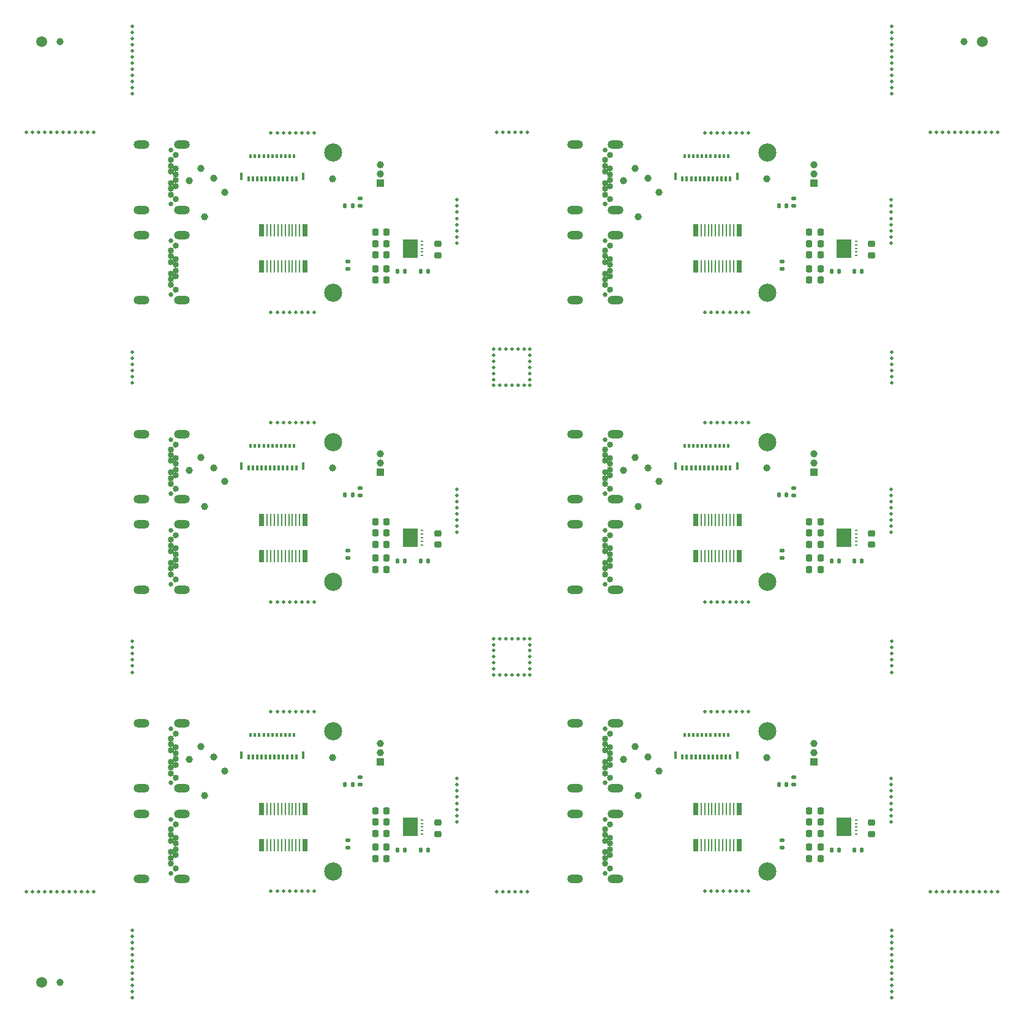
<source format=gbr>
G04 #@! TF.GenerationSoftware,KiCad,Pcbnew,7.0.7*
G04 #@! TF.CreationDate,2024-04-05T11:51:01+02:00*
G04 #@! TF.ProjectId,Versa_ECG_PPG_panel,56657273-615f-4454-9347-5f5050475f70,00*
G04 #@! TF.SameCoordinates,Original*
G04 #@! TF.FileFunction,Soldermask,Bot*
G04 #@! TF.FilePolarity,Negative*
%FSLAX46Y46*%
G04 Gerber Fmt 4.6, Leading zero omitted, Abs format (unit mm)*
G04 Created by KiCad (PCBNEW 7.0.7) date 2024-04-05 11:51:01*
%MOMM*%
%LPD*%
G01*
G04 APERTURE LIST*
G04 Aperture macros list*
%AMRoundRect*
0 Rectangle with rounded corners*
0 $1 Rounding radius*
0 $2 $3 $4 $5 $6 $7 $8 $9 X,Y pos of 4 corners*
0 Add a 4 corners polygon primitive as box body*
4,1,4,$2,$3,$4,$5,$6,$7,$8,$9,$2,$3,0*
0 Add four circle primitives for the rounded corners*
1,1,$1+$1,$2,$3*
1,1,$1+$1,$4,$5*
1,1,$1+$1,$6,$7*
1,1,$1+$1,$8,$9*
0 Add four rect primitives between the rounded corners*
20,1,$1+$1,$2,$3,$4,$5,0*
20,1,$1+$1,$4,$5,$6,$7,0*
20,1,$1+$1,$6,$7,$8,$9,0*
20,1,$1+$1,$8,$9,$2,$3,0*%
G04 Aperture macros list end*
%ADD10C,0.500000*%
%ADD11C,1.500000*%
%ADD12C,2.500000*%
%ADD13C,0.650000*%
%ADD14C,0.854000*%
%ADD15O,2.204000X1.204000*%
%ADD16R,1.000000X1.000000*%
%ADD17C,1.000000*%
%ADD18RoundRect,0.135000X-0.185000X0.135000X-0.185000X-0.135000X0.185000X-0.135000X0.185000X0.135000X0*%
%ADD19RoundRect,0.135000X-0.135000X-0.185000X0.135000X-0.185000X0.135000X0.185000X-0.135000X0.185000X0*%
%ADD20RoundRect,0.225000X0.225000X0.250000X-0.225000X0.250000X-0.225000X-0.250000X0.225000X-0.250000X0*%
%ADD21RoundRect,0.135000X0.135000X0.185000X-0.135000X0.185000X-0.135000X-0.185000X0.135000X-0.185000X0*%
%ADD22RoundRect,0.225000X-0.225000X-0.250000X0.225000X-0.250000X0.225000X0.250000X-0.225000X0.250000X0*%
%ADD23R,0.300000X0.250000*%
%ADD24R,2.100000X2.550000*%
%ADD25RoundRect,0.225000X-0.250000X0.225000X-0.250000X-0.225000X0.250000X-0.225000X0.250000X0.225000X0*%
%ADD26R,0.250000X1.800000*%
%ADD27R,0.750000X1.800000*%
%ADD28R,0.300000X0.670000*%
%ADD29R,0.300000X0.500000*%
%ADD30R,0.350000X1.000000*%
G04 APERTURE END LIST*
D10*
X96000000Y-22038462D03*
D11*
X83500000Y-152500000D03*
D10*
X176040642Y-139900000D03*
X176040642Y-115100000D03*
X178612071Y-115100000D03*
X150642857Y-35000000D03*
X151000000Y-110000000D03*
X84730770Y-35000000D03*
X121183500Y-115100000D03*
X213115384Y-35000000D03*
X96000000Y-25423077D03*
X140900000Y-88613214D03*
X140900000Y-45184643D03*
X116897786Y-115100000D03*
X148928571Y-35000000D03*
X177754928Y-115100000D03*
X96000000Y-22884616D03*
X140900000Y-126898928D03*
X119469214Y-115100000D03*
X90653847Y-140000000D03*
X85576924Y-35000000D03*
X151000000Y-68333333D03*
X116040643Y-59900000D03*
X140900000Y-49470357D03*
X96000000Y-107928571D03*
X148500000Y-110000000D03*
X201000000Y-69642857D03*
X146000000Y-105833333D03*
D12*
X123800000Y-137180000D03*
D10*
X140900000Y-46898929D03*
X147666666Y-65000000D03*
X181183500Y-75100000D03*
X140900000Y-84327500D03*
X96000000Y-23730770D03*
X116897786Y-59900000D03*
D11*
X213500000Y-22500000D03*
D10*
X213961538Y-140000000D03*
X200900000Y-124327500D03*
X146833333Y-65000000D03*
X146000000Y-70000000D03*
X149333333Y-70000000D03*
X118612071Y-139900000D03*
X96000000Y-20346154D03*
X117754929Y-115100000D03*
X177754928Y-139900000D03*
X120326357Y-115100000D03*
X82192308Y-35000000D03*
X208884615Y-35000000D03*
X176040642Y-75100000D03*
X96000000Y-147884615D03*
X176040642Y-59900000D03*
X86423077Y-140000000D03*
X200900000Y-126898928D03*
X147666666Y-110000000D03*
X96000000Y-152961538D03*
X200900000Y-48613214D03*
X119469214Y-35100000D03*
D13*
X101350000Y-37495000D03*
X101350000Y-44945000D03*
D14*
X102050000Y-44270000D03*
X101350000Y-43620000D03*
X101350000Y-42820000D03*
X102050000Y-42420000D03*
X101350000Y-42020000D03*
X102050000Y-41620000D03*
X102050000Y-40820000D03*
X101350000Y-40420000D03*
X102050000Y-40020000D03*
X101350000Y-39620000D03*
X101350000Y-38820000D03*
X102050000Y-38170000D03*
D15*
X102850000Y-36720000D03*
X102850000Y-45720000D03*
X97250000Y-36720000D03*
X97250000Y-45720000D03*
D10*
X140900000Y-44327500D03*
X119469214Y-99900000D03*
X201000000Y-25423077D03*
X180326357Y-139900000D03*
X121183500Y-59900000D03*
X215653846Y-35000000D03*
X90653847Y-35000000D03*
X175183500Y-139900000D03*
X88115385Y-140000000D03*
X118612071Y-115100000D03*
X115183500Y-115100000D03*
X96000000Y-148730769D03*
X84730770Y-140000000D03*
X96000000Y-145346153D03*
X140900000Y-125184642D03*
X200900000Y-127756071D03*
X177754928Y-75100000D03*
X207192307Y-140000000D03*
X121183500Y-139900000D03*
X201000000Y-20346154D03*
X140900000Y-129470357D03*
X201000000Y-21192308D03*
X140900000Y-47756071D03*
X151000000Y-107500000D03*
X179469214Y-35100000D03*
X181183500Y-115100000D03*
X151000000Y-65833333D03*
X213115384Y-140000000D03*
X151000000Y-105000000D03*
D13*
X101350000Y-77495000D03*
X101350000Y-84945000D03*
D14*
X102050000Y-84270000D03*
X101350000Y-83620000D03*
X101350000Y-82820000D03*
X102050000Y-82420000D03*
X101350000Y-82020000D03*
X102050000Y-81620000D03*
X102050000Y-80820000D03*
X101350000Y-80420000D03*
X102050000Y-80020000D03*
X101350000Y-79620000D03*
X101350000Y-78820000D03*
X102050000Y-78170000D03*
D15*
X102850000Y-76720000D03*
X102850000Y-85720000D03*
X97250000Y-76720000D03*
X97250000Y-85720000D03*
D16*
X190274000Y-122003000D03*
D17*
X190274000Y-120733000D03*
X190274000Y-119463000D03*
D10*
X200900000Y-88613214D03*
X175183500Y-59900000D03*
X116897786Y-75100000D03*
X147214285Y-35000000D03*
X89807693Y-35000000D03*
X96000000Y-66214285D03*
X201000000Y-153807692D03*
X146000000Y-66666666D03*
X201000000Y-148730769D03*
X87269231Y-140000000D03*
X200900000Y-47756071D03*
X175183500Y-35100000D03*
X96000000Y-27961539D03*
X176897785Y-115100000D03*
X212269230Y-140000000D03*
X120326357Y-75100000D03*
X140900000Y-87756071D03*
X151000000Y-109166666D03*
X96000000Y-65357142D03*
X151000000Y-105000000D03*
X147666666Y-105000000D03*
X96000000Y-105357142D03*
X181183500Y-99900000D03*
X117754929Y-59900000D03*
X96000000Y-107071428D03*
X96000000Y-26269231D03*
X200900000Y-86041785D03*
X200900000Y-89470357D03*
X181183500Y-139900000D03*
X176897785Y-75100000D03*
X200900000Y-90327500D03*
X177754928Y-59900000D03*
X180326357Y-115100000D03*
X206346153Y-35000000D03*
D16*
X130274000Y-42003000D03*
D17*
X130274000Y-40733000D03*
X130274000Y-39463000D03*
D10*
X201000000Y-151269230D03*
D12*
X123800000Y-117820000D03*
D10*
X201000000Y-147038461D03*
X121183500Y-35100000D03*
X146000000Y-69166666D03*
X211423076Y-35000000D03*
X200900000Y-45184643D03*
X150642857Y-140000000D03*
X146000000Y-67500000D03*
X140900000Y-86041785D03*
X115183500Y-59900000D03*
X96000000Y-29653847D03*
D13*
X101350000Y-117495000D03*
X101350000Y-124945000D03*
D14*
X102050000Y-124270000D03*
X101350000Y-123620000D03*
X101350000Y-122820000D03*
X102050000Y-122420000D03*
X101350000Y-122020000D03*
X102050000Y-121620000D03*
X102050000Y-120820000D03*
X101350000Y-120420000D03*
X102050000Y-120020000D03*
X101350000Y-119620000D03*
X101350000Y-118820000D03*
X102050000Y-118170000D03*
D15*
X102850000Y-116720000D03*
X102850000Y-125720000D03*
X97250000Y-116720000D03*
X97250000Y-125720000D03*
D10*
X96000000Y-151269230D03*
D12*
X183800000Y-137180000D03*
D10*
X96000000Y-106214285D03*
X210576923Y-35000000D03*
X146000000Y-105000000D03*
X120326357Y-59900000D03*
X146833333Y-105000000D03*
X140900000Y-46041786D03*
X117754929Y-99900000D03*
X176897785Y-139900000D03*
X151000000Y-106666666D03*
X151000000Y-105833333D03*
X146000000Y-65000000D03*
X140900000Y-126041785D03*
X151000000Y-70000000D03*
X200900000Y-46898929D03*
X209730769Y-35000000D03*
X117754929Y-75100000D03*
X140900000Y-50327500D03*
X96000000Y-152115384D03*
X181183500Y-35100000D03*
X206346153Y-140000000D03*
X116040643Y-35100000D03*
X116897786Y-99900000D03*
X201000000Y-147884615D03*
X200900000Y-130327500D03*
X146357142Y-35000000D03*
X201000000Y-152961538D03*
D12*
X183800000Y-117820000D03*
D10*
X200900000Y-85184642D03*
X148071428Y-35000000D03*
X140900000Y-124327500D03*
D12*
X183800000Y-57180000D03*
D10*
X201000000Y-108785714D03*
X180326357Y-59900000D03*
X117754929Y-35100000D03*
D11*
X83500000Y-22500000D03*
D10*
X151000000Y-69166666D03*
X151000000Y-65000000D03*
X177754928Y-99900000D03*
X96000000Y-146192307D03*
X83038462Y-35000000D03*
X175183500Y-115100000D03*
X146000000Y-110000000D03*
X85576924Y-140000000D03*
X140900000Y-127756071D03*
X96000000Y-69642857D03*
X96000000Y-24576924D03*
X121183500Y-99900000D03*
X201000000Y-29653847D03*
X179469214Y-115100000D03*
X146000000Y-109166666D03*
X201000000Y-154653846D03*
X116040643Y-139900000D03*
X211423076Y-140000000D03*
D13*
X161350000Y-117495000D03*
X161350000Y-124945000D03*
D14*
X162050000Y-124270000D03*
X161350000Y-123620000D03*
X161350000Y-122820000D03*
X162050000Y-122420000D03*
X161350000Y-122020000D03*
X162050000Y-121620000D03*
X162050000Y-120820000D03*
X161350000Y-120420000D03*
X162050000Y-120020000D03*
X161350000Y-119620000D03*
X161350000Y-118820000D03*
X162050000Y-118170000D03*
D15*
X162850000Y-116720000D03*
X162850000Y-125720000D03*
X157250000Y-116720000D03*
X157250000Y-125720000D03*
D10*
X149333333Y-110000000D03*
X96000000Y-153807692D03*
X120326357Y-35100000D03*
X121183500Y-75100000D03*
X200900000Y-84327500D03*
X148500000Y-65000000D03*
X116897786Y-139900000D03*
X149785714Y-140000000D03*
X200900000Y-86898928D03*
X146833333Y-110000000D03*
X96000000Y-28807693D03*
X178612071Y-139900000D03*
X115183500Y-139900000D03*
D16*
X190274000Y-82003000D03*
D17*
X190274000Y-80733000D03*
X190274000Y-79463000D03*
D10*
X201000000Y-67928571D03*
X208038461Y-35000000D03*
X88115385Y-35000000D03*
X201000000Y-24576924D03*
X201000000Y-105357142D03*
X96000000Y-68785714D03*
X118612071Y-75100000D03*
X180326357Y-99900000D03*
X149785714Y-35000000D03*
X178612071Y-75100000D03*
X146000000Y-68333333D03*
X178612071Y-99900000D03*
X96000000Y-108785714D03*
D12*
X123800000Y-37820000D03*
D10*
X209730769Y-140000000D03*
X200900000Y-87756071D03*
X179469214Y-139900000D03*
X96000000Y-21192308D03*
D13*
X101350000Y-49995000D03*
X101350000Y-57445000D03*
D14*
X102050000Y-56770000D03*
X101350000Y-56120000D03*
X101350000Y-55320000D03*
X102050000Y-54920000D03*
X101350000Y-54520000D03*
X102050000Y-54120000D03*
X102050000Y-53320000D03*
X101350000Y-52920000D03*
X102050000Y-52520000D03*
X101350000Y-52120000D03*
X101350000Y-51320000D03*
X102050000Y-50670000D03*
D15*
X102850000Y-49220000D03*
X102850000Y-58220000D03*
X97250000Y-49220000D03*
X97250000Y-58220000D03*
D10*
X119469214Y-139900000D03*
X200900000Y-128613214D03*
X201000000Y-22038462D03*
X96000000Y-147038461D03*
X214807692Y-35000000D03*
X201000000Y-145346153D03*
X81346154Y-140000000D03*
X149333333Y-65000000D03*
X215653846Y-140000000D03*
D16*
X130274000Y-122003000D03*
D17*
X130274000Y-120733000D03*
X130274000Y-119463000D03*
D12*
X123800000Y-77820000D03*
D10*
X201000000Y-27115385D03*
X177754928Y-35100000D03*
X150166666Y-70000000D03*
X140900000Y-89470357D03*
X201000000Y-146192307D03*
X118612071Y-59900000D03*
X200900000Y-50327500D03*
X82192308Y-140000000D03*
X201000000Y-28807693D03*
X119469214Y-75100000D03*
X86423077Y-35000000D03*
D13*
X101350000Y-89995000D03*
X101350000Y-97445000D03*
D14*
X102050000Y-96770000D03*
X101350000Y-96120000D03*
X101350000Y-95320000D03*
X102050000Y-94920000D03*
X101350000Y-94520000D03*
X102050000Y-94120000D03*
X102050000Y-93320000D03*
X101350000Y-92920000D03*
X102050000Y-92520000D03*
X101350000Y-92120000D03*
X101350000Y-91320000D03*
X102050000Y-90670000D03*
D15*
X102850000Y-89220000D03*
X102850000Y-98220000D03*
X97250000Y-89220000D03*
X97250000Y-98220000D03*
D10*
X214807692Y-140000000D03*
X151000000Y-67500000D03*
X201000000Y-67071428D03*
X146000000Y-107500000D03*
X151000000Y-66666666D03*
X201000000Y-109642857D03*
X96000000Y-27115385D03*
X140900000Y-128613214D03*
X175183500Y-75100000D03*
D13*
X161350000Y-37495000D03*
X161350000Y-44945000D03*
D14*
X162050000Y-44270000D03*
X161350000Y-43620000D03*
X161350000Y-42820000D03*
X162050000Y-42420000D03*
X161350000Y-42020000D03*
X162050000Y-41620000D03*
X162050000Y-40820000D03*
X161350000Y-40420000D03*
X162050000Y-40020000D03*
X161350000Y-39620000D03*
X161350000Y-38820000D03*
X162050000Y-38170000D03*
D15*
X162850000Y-36720000D03*
X162850000Y-45720000D03*
X157250000Y-36720000D03*
X157250000Y-45720000D03*
D10*
X201000000Y-27961539D03*
X179469214Y-59900000D03*
D12*
X183800000Y-37820000D03*
D10*
X176897785Y-35100000D03*
D13*
X101350000Y-129995000D03*
X101350000Y-137445000D03*
D14*
X102050000Y-136770000D03*
X101350000Y-136120000D03*
X101350000Y-135320000D03*
X102050000Y-134920000D03*
X101350000Y-134520000D03*
X102050000Y-134120000D03*
X102050000Y-133320000D03*
X101350000Y-132920000D03*
X102050000Y-132520000D03*
X101350000Y-132120000D03*
X101350000Y-131320000D03*
X102050000Y-130670000D03*
D15*
X102850000Y-129220000D03*
X102850000Y-138220000D03*
X97250000Y-129220000D03*
X97250000Y-138220000D03*
D13*
X161350000Y-77495000D03*
X161350000Y-84945000D03*
D14*
X162050000Y-84270000D03*
X161350000Y-83620000D03*
X161350000Y-82820000D03*
X162050000Y-82420000D03*
X161350000Y-82020000D03*
X162050000Y-81620000D03*
X162050000Y-80820000D03*
X161350000Y-80420000D03*
X162050000Y-80020000D03*
X161350000Y-79620000D03*
X161350000Y-78820000D03*
X162050000Y-78170000D03*
D15*
X162850000Y-76720000D03*
X162850000Y-85720000D03*
X157250000Y-76720000D03*
X157250000Y-85720000D03*
D10*
X116040643Y-115100000D03*
X147214285Y-140000000D03*
X118612071Y-99900000D03*
X179469214Y-99900000D03*
X117754929Y-139900000D03*
D13*
X161350000Y-129995000D03*
X161350000Y-137445000D03*
D14*
X162050000Y-136770000D03*
X161350000Y-136120000D03*
X161350000Y-135320000D03*
X162050000Y-134920000D03*
X161350000Y-134520000D03*
X162050000Y-134120000D03*
X162050000Y-133320000D03*
X161350000Y-132920000D03*
X162050000Y-132520000D03*
X161350000Y-132120000D03*
X161350000Y-131320000D03*
X162050000Y-130670000D03*
D15*
X162850000Y-129220000D03*
X162850000Y-138220000D03*
X157250000Y-129220000D03*
X157250000Y-138220000D03*
D10*
X87269231Y-35000000D03*
X89807693Y-140000000D03*
X200900000Y-49470357D03*
X207192307Y-35000000D03*
X200900000Y-126041785D03*
X116040643Y-99900000D03*
X96000000Y-154653846D03*
X88961539Y-140000000D03*
X150166666Y-110000000D03*
D13*
X161350000Y-49995000D03*
X161350000Y-57445000D03*
D14*
X162050000Y-56770000D03*
X161350000Y-56120000D03*
X161350000Y-55320000D03*
X162050000Y-54920000D03*
X161350000Y-54520000D03*
X162050000Y-54120000D03*
X162050000Y-53320000D03*
X161350000Y-52920000D03*
X162050000Y-52520000D03*
X161350000Y-52120000D03*
X161350000Y-51320000D03*
X162050000Y-50670000D03*
D15*
X162850000Y-49220000D03*
X162850000Y-58220000D03*
X157250000Y-49220000D03*
X157250000Y-58220000D03*
D10*
X115183500Y-35100000D03*
X150166666Y-65000000D03*
X176897785Y-59900000D03*
X150166666Y-105000000D03*
X201000000Y-149576923D03*
X176040642Y-99900000D03*
X201000000Y-107928571D03*
X146000000Y-65833333D03*
X178612071Y-59900000D03*
X179469214Y-75100000D03*
X208038461Y-140000000D03*
X146000000Y-105000000D03*
X148500000Y-70000000D03*
X81346154Y-35000000D03*
X115183500Y-99900000D03*
X116040643Y-75100000D03*
X210576923Y-140000000D03*
X96000000Y-150423076D03*
X146000000Y-106666666D03*
X212269230Y-35000000D03*
D12*
X123800000Y-57180000D03*
D10*
X146357142Y-140000000D03*
X96000000Y-67928571D03*
X176040642Y-35100000D03*
D12*
X123800000Y-97180000D03*
D10*
X175183500Y-99900000D03*
X200900000Y-44327500D03*
X201000000Y-152115384D03*
X180326357Y-75100000D03*
X149333333Y-105000000D03*
X178612071Y-35100000D03*
D12*
X183800000Y-77820000D03*
D10*
X213961538Y-35000000D03*
X201000000Y-68785714D03*
X208884615Y-140000000D03*
X96000000Y-149576923D03*
X116897786Y-35100000D03*
X146000000Y-110000000D03*
X83884616Y-35000000D03*
X201000000Y-107071428D03*
X118612071Y-35100000D03*
D16*
X130274000Y-82003000D03*
D17*
X130274000Y-80733000D03*
X130274000Y-79463000D03*
D10*
X119469214Y-59900000D03*
X148071428Y-140000000D03*
X201000000Y-65357142D03*
X146833333Y-70000000D03*
X201000000Y-66214285D03*
D16*
X190274000Y-42003000D03*
D17*
X190274000Y-40733000D03*
X190274000Y-39463000D03*
D10*
X200900000Y-46041786D03*
X83038462Y-140000000D03*
X96000000Y-67071428D03*
X140900000Y-90327500D03*
X201000000Y-106214285D03*
D12*
X183800000Y-97180000D03*
D10*
X180326357Y-35100000D03*
X96000000Y-109642857D03*
X140900000Y-130327500D03*
X115183500Y-75100000D03*
X148928571Y-140000000D03*
X151000000Y-108333333D03*
D13*
X161350000Y-89995000D03*
X161350000Y-97445000D03*
D14*
X162050000Y-96770000D03*
X161350000Y-96120000D03*
X161350000Y-95320000D03*
X162050000Y-94920000D03*
X161350000Y-94520000D03*
X162050000Y-94120000D03*
X162050000Y-93320000D03*
X161350000Y-92920000D03*
X162050000Y-92520000D03*
X161350000Y-92120000D03*
X161350000Y-91320000D03*
X162050000Y-90670000D03*
D15*
X162850000Y-89220000D03*
X162850000Y-98220000D03*
X157250000Y-89220000D03*
X157250000Y-98220000D03*
D10*
X146000000Y-108333333D03*
X140900000Y-85184642D03*
X120326357Y-139900000D03*
X83884616Y-140000000D03*
X201000000Y-26269231D03*
X201000000Y-22884616D03*
X151000000Y-110000000D03*
X200900000Y-129470357D03*
X120326357Y-99900000D03*
X201000000Y-23730770D03*
X201000000Y-150423076D03*
X88961539Y-35000000D03*
X181183500Y-59900000D03*
X140900000Y-48613214D03*
X148500000Y-105000000D03*
X200900000Y-125184642D03*
X147666666Y-70000000D03*
X140900000Y-86898928D03*
X176897785Y-99900000D03*
D18*
X187467000Y-124175000D03*
X187467000Y-125195000D03*
D19*
X135872000Y-94230000D03*
X136892000Y-94230000D03*
D20*
X131140000Y-131940000D03*
X129590000Y-131940000D03*
D21*
X126453000Y-45144000D03*
X125433000Y-45144000D03*
D22*
X189590000Y-88813000D03*
X191140000Y-88813000D03*
D17*
X165483000Y-39960000D03*
D22*
X129590000Y-88813000D03*
X131140000Y-88813000D03*
D17*
X211000000Y-22500000D03*
D20*
X131140000Y-51940000D03*
X129590000Y-51940000D03*
D17*
X123736500Y-121404500D03*
D18*
X125812000Y-52857000D03*
X125812000Y-53877000D03*
D22*
X189590000Y-93846000D03*
X191140000Y-93846000D03*
D21*
X126453000Y-85144000D03*
X125433000Y-85144000D03*
D17*
X107278000Y-121376000D03*
X165983000Y-126725000D03*
D22*
X129590000Y-50376500D03*
X131140000Y-50376500D03*
D23*
X136082000Y-130050000D03*
X136082000Y-130550000D03*
X136082000Y-131050000D03*
X136082000Y-131550000D03*
X136082000Y-132050000D03*
D24*
X134432000Y-131050000D03*
D23*
X196082000Y-90050000D03*
X196082000Y-90550000D03*
X196082000Y-91050000D03*
X196082000Y-91550000D03*
X196082000Y-92050000D03*
D24*
X194432000Y-91050000D03*
D22*
X129590000Y-133846000D03*
X131140000Y-133846000D03*
X189590000Y-50376500D03*
X191140000Y-50376500D03*
D19*
X195872000Y-94230000D03*
X196892000Y-94230000D03*
D18*
X125812000Y-92857000D03*
X125812000Y-93877000D03*
D17*
X105983000Y-126725000D03*
D18*
X127467000Y-44175000D03*
X127467000Y-45195000D03*
D17*
X165983000Y-46725000D03*
X163895000Y-81721000D03*
D25*
X138237000Y-50448000D03*
X138237000Y-51998000D03*
X198237000Y-90448000D03*
X198237000Y-91998000D03*
D19*
X135872000Y-134230000D03*
X136892000Y-134230000D03*
D17*
X103895000Y-81721000D03*
X86000000Y-22500000D03*
D19*
X135872000Y-54230000D03*
X136892000Y-54230000D03*
D23*
X196082000Y-50050000D03*
X196082000Y-50550000D03*
X196082000Y-51050000D03*
X196082000Y-51550000D03*
X196082000Y-52050000D03*
D24*
X194432000Y-51050000D03*
D21*
X126453000Y-125144000D03*
X125433000Y-125144000D03*
D19*
X132677000Y-54227000D03*
X133697000Y-54227000D03*
D21*
X186453000Y-125144000D03*
X185433000Y-125144000D03*
D17*
X107278000Y-81376000D03*
X123736500Y-41404500D03*
D26*
X179146500Y-93564500D03*
X179146500Y-88564500D03*
X178646500Y-93564500D03*
X178646500Y-88564500D03*
X178146500Y-93564500D03*
X178146500Y-88564500D03*
X177646500Y-93564500D03*
X177646500Y-88564500D03*
X177146500Y-93564500D03*
X177146500Y-88564500D03*
X176646500Y-93564500D03*
X176646500Y-88564500D03*
X176146500Y-93564500D03*
X176146500Y-88564500D03*
X175646500Y-93564500D03*
X175646500Y-88564500D03*
X175146500Y-93564500D03*
X175146500Y-88564500D03*
X174646500Y-93564500D03*
X174646500Y-88564500D03*
D27*
X179896500Y-93564500D03*
X179896500Y-88564500D03*
X173896500Y-88564500D03*
X173896500Y-93564500D03*
D18*
X125812000Y-132857000D03*
X125812000Y-133877000D03*
D28*
X178675000Y-121400000D03*
D29*
X178375000Y-118335000D03*
D28*
X178075000Y-121400000D03*
D29*
X177775000Y-118335000D03*
D28*
X177475000Y-121400000D03*
D29*
X177175000Y-118335000D03*
D28*
X176875000Y-121400000D03*
D29*
X176575000Y-118335000D03*
D28*
X176275000Y-121400000D03*
D29*
X175975000Y-118335000D03*
D28*
X175675000Y-121400000D03*
D29*
X175375000Y-118335000D03*
D28*
X175075000Y-121400000D03*
D29*
X174775000Y-118335000D03*
D28*
X174475000Y-121400000D03*
D29*
X174175000Y-118335000D03*
D28*
X173875000Y-121400000D03*
D29*
X173575000Y-118335000D03*
D28*
X173275000Y-121400000D03*
D29*
X172975000Y-118335000D03*
D28*
X172675000Y-121400000D03*
D29*
X172375000Y-118335000D03*
D28*
X172075000Y-121400000D03*
D30*
X179650000Y-121135000D03*
X171100000Y-121135000D03*
D17*
X165983000Y-86725000D03*
D23*
X136082000Y-90050000D03*
X136082000Y-90550000D03*
X136082000Y-91050000D03*
X136082000Y-91550000D03*
X136082000Y-92050000D03*
D24*
X134432000Y-91050000D03*
D19*
X192677000Y-134227000D03*
X193697000Y-134227000D03*
D20*
X191140000Y-91940000D03*
X189590000Y-91940000D03*
D17*
X108831000Y-43274000D03*
X103895000Y-41721000D03*
X165483000Y-119960000D03*
D20*
X131140000Y-91940000D03*
X129590000Y-91940000D03*
D28*
X178675000Y-81400000D03*
D29*
X178375000Y-78335000D03*
D28*
X178075000Y-81400000D03*
D29*
X177775000Y-78335000D03*
D28*
X177475000Y-81400000D03*
D29*
X177175000Y-78335000D03*
D28*
X176875000Y-81400000D03*
D29*
X176575000Y-78335000D03*
D28*
X176275000Y-81400000D03*
D29*
X175975000Y-78335000D03*
D28*
X175675000Y-81400000D03*
D29*
X175375000Y-78335000D03*
D28*
X175075000Y-81400000D03*
D29*
X174775000Y-78335000D03*
D28*
X174475000Y-81400000D03*
D29*
X174175000Y-78335000D03*
D28*
X173875000Y-81400000D03*
D29*
X173575000Y-78335000D03*
D28*
X173275000Y-81400000D03*
D29*
X172975000Y-78335000D03*
D28*
X172675000Y-81400000D03*
D29*
X172375000Y-78335000D03*
D28*
X172075000Y-81400000D03*
D30*
X179650000Y-81135000D03*
X171100000Y-81135000D03*
D17*
X105983000Y-46725000D03*
D28*
X118675000Y-41400000D03*
D29*
X118375000Y-38335000D03*
D28*
X118075000Y-41400000D03*
D29*
X117775000Y-38335000D03*
D28*
X117475000Y-41400000D03*
D29*
X117175000Y-38335000D03*
D28*
X116875000Y-41400000D03*
D29*
X116575000Y-38335000D03*
D28*
X116275000Y-41400000D03*
D29*
X115975000Y-38335000D03*
D28*
X115675000Y-41400000D03*
D29*
X115375000Y-38335000D03*
D28*
X115075000Y-41400000D03*
D29*
X114775000Y-38335000D03*
D28*
X114475000Y-41400000D03*
D29*
X114175000Y-38335000D03*
D28*
X113875000Y-41400000D03*
D29*
X113575000Y-38335000D03*
D28*
X113275000Y-41400000D03*
D29*
X112975000Y-38335000D03*
D28*
X112675000Y-41400000D03*
D29*
X112375000Y-38335000D03*
D28*
X112075000Y-41400000D03*
D30*
X119650000Y-41135000D03*
X111100000Y-41135000D03*
D22*
X189590000Y-48813000D03*
X191140000Y-48813000D03*
D18*
X187467000Y-44175000D03*
X187467000Y-45195000D03*
D17*
X108831000Y-83274000D03*
D22*
X189590000Y-55420000D03*
X191140000Y-55420000D03*
D17*
X103895000Y-121721000D03*
X163895000Y-121721000D03*
X163895000Y-41721000D03*
D26*
X179146500Y-53564500D03*
X179146500Y-48564500D03*
X178646500Y-53564500D03*
X178646500Y-48564500D03*
X178146500Y-53564500D03*
X178146500Y-48564500D03*
X177646500Y-53564500D03*
X177646500Y-48564500D03*
X177146500Y-53564500D03*
X177146500Y-48564500D03*
X176646500Y-53564500D03*
X176646500Y-48564500D03*
X176146500Y-53564500D03*
X176146500Y-48564500D03*
X175646500Y-53564500D03*
X175646500Y-48564500D03*
X175146500Y-53564500D03*
X175146500Y-48564500D03*
X174646500Y-53564500D03*
X174646500Y-48564500D03*
D27*
X179896500Y-53564500D03*
X179896500Y-48564500D03*
X173896500Y-48564500D03*
X173896500Y-53564500D03*
D17*
X108831000Y-123274000D03*
X107278000Y-41376000D03*
X123736500Y-81404500D03*
D18*
X187467000Y-84175000D03*
X187467000Y-85195000D03*
D22*
X129590000Y-93846000D03*
X131140000Y-93846000D03*
D28*
X178675000Y-41400000D03*
D29*
X178375000Y-38335000D03*
D28*
X178075000Y-41400000D03*
D29*
X177775000Y-38335000D03*
D28*
X177475000Y-41400000D03*
D29*
X177175000Y-38335000D03*
D28*
X176875000Y-41400000D03*
D29*
X176575000Y-38335000D03*
D28*
X176275000Y-41400000D03*
D29*
X175975000Y-38335000D03*
D28*
X175675000Y-41400000D03*
D29*
X175375000Y-38335000D03*
D28*
X175075000Y-41400000D03*
D29*
X174775000Y-38335000D03*
D28*
X174475000Y-41400000D03*
D29*
X174175000Y-38335000D03*
D28*
X173875000Y-41400000D03*
D29*
X173575000Y-38335000D03*
D28*
X173275000Y-41400000D03*
D29*
X172975000Y-38335000D03*
D28*
X172675000Y-41400000D03*
D29*
X172375000Y-38335000D03*
D28*
X172075000Y-41400000D03*
D30*
X179650000Y-41135000D03*
X171100000Y-41135000D03*
D26*
X119146500Y-53564500D03*
X119146500Y-48564500D03*
X118646500Y-53564500D03*
X118646500Y-48564500D03*
X118146500Y-53564500D03*
X118146500Y-48564500D03*
X117646500Y-53564500D03*
X117646500Y-48564500D03*
X117146500Y-53564500D03*
X117146500Y-48564500D03*
X116646500Y-53564500D03*
X116646500Y-48564500D03*
X116146500Y-53564500D03*
X116146500Y-48564500D03*
X115646500Y-53564500D03*
X115646500Y-48564500D03*
X115146500Y-53564500D03*
X115146500Y-48564500D03*
X114646500Y-53564500D03*
X114646500Y-48564500D03*
D27*
X119896500Y-53564500D03*
X119896500Y-48564500D03*
X113896500Y-48564500D03*
X113896500Y-53564500D03*
D25*
X198237000Y-130448000D03*
X198237000Y-131998000D03*
D22*
X129590000Y-128813000D03*
X131140000Y-128813000D03*
D17*
X183736500Y-81404500D03*
D22*
X129590000Y-90376500D03*
X131140000Y-90376500D03*
X189590000Y-133846000D03*
X191140000Y-133846000D03*
D17*
X86000000Y-152500000D03*
D28*
X118675000Y-81400000D03*
D29*
X118375000Y-78335000D03*
D28*
X118075000Y-81400000D03*
D29*
X117775000Y-78335000D03*
D28*
X117475000Y-81400000D03*
D29*
X117175000Y-78335000D03*
D28*
X116875000Y-81400000D03*
D29*
X116575000Y-78335000D03*
D28*
X116275000Y-81400000D03*
D29*
X115975000Y-78335000D03*
D28*
X115675000Y-81400000D03*
D29*
X115375000Y-78335000D03*
D28*
X115075000Y-81400000D03*
D29*
X114775000Y-78335000D03*
D28*
X114475000Y-81400000D03*
D29*
X114175000Y-78335000D03*
D28*
X113875000Y-81400000D03*
D29*
X113575000Y-78335000D03*
D28*
X113275000Y-81400000D03*
D29*
X112975000Y-78335000D03*
D28*
X112675000Y-81400000D03*
D29*
X112375000Y-78335000D03*
D28*
X112075000Y-81400000D03*
D30*
X119650000Y-81135000D03*
X111100000Y-81135000D03*
D17*
X183736500Y-121404500D03*
D21*
X186453000Y-85144000D03*
X185433000Y-85144000D03*
D22*
X129590000Y-53846000D03*
X131140000Y-53846000D03*
D17*
X167278000Y-121376000D03*
D22*
X189590000Y-53846000D03*
X191140000Y-53846000D03*
D20*
X191140000Y-51940000D03*
X189590000Y-51940000D03*
D26*
X179146500Y-133564500D03*
X179146500Y-128564500D03*
X178646500Y-133564500D03*
X178646500Y-128564500D03*
X178146500Y-133564500D03*
X178146500Y-128564500D03*
X177646500Y-133564500D03*
X177646500Y-128564500D03*
X177146500Y-133564500D03*
X177146500Y-128564500D03*
X176646500Y-133564500D03*
X176646500Y-128564500D03*
X176146500Y-133564500D03*
X176146500Y-128564500D03*
X175646500Y-133564500D03*
X175646500Y-128564500D03*
X175146500Y-133564500D03*
X175146500Y-128564500D03*
X174646500Y-133564500D03*
X174646500Y-128564500D03*
D27*
X179896500Y-133564500D03*
X179896500Y-128564500D03*
X173896500Y-128564500D03*
X173896500Y-133564500D03*
D19*
X195872000Y-54230000D03*
X196892000Y-54230000D03*
D22*
X129590000Y-135420000D03*
X131140000Y-135420000D03*
X129590000Y-48813000D03*
X131140000Y-48813000D03*
D17*
X183736500Y-41404500D03*
X105483000Y-39960000D03*
D25*
X138237000Y-130448000D03*
X138237000Y-131998000D03*
D17*
X165483000Y-79960000D03*
X168831000Y-83274000D03*
D25*
X138237000Y-90448000D03*
X138237000Y-91998000D03*
D20*
X191140000Y-131940000D03*
X189590000Y-131940000D03*
D18*
X127467000Y-124175000D03*
X127467000Y-125195000D03*
D19*
X192677000Y-54227000D03*
X193697000Y-54227000D03*
D22*
X189590000Y-90376500D03*
X191140000Y-90376500D03*
X129590000Y-95420000D03*
X131140000Y-95420000D03*
D17*
X105483000Y-79960000D03*
X167278000Y-41376000D03*
D22*
X189590000Y-130376500D03*
X191140000Y-130376500D03*
D17*
X105483000Y-119960000D03*
X167278000Y-81376000D03*
D18*
X185812000Y-132857000D03*
X185812000Y-133877000D03*
D19*
X192677000Y-94227000D03*
X193697000Y-94227000D03*
D26*
X119146500Y-93564500D03*
X119146500Y-88564500D03*
X118646500Y-93564500D03*
X118646500Y-88564500D03*
X118146500Y-93564500D03*
X118146500Y-88564500D03*
X117646500Y-93564500D03*
X117646500Y-88564500D03*
X117146500Y-93564500D03*
X117146500Y-88564500D03*
X116646500Y-93564500D03*
X116646500Y-88564500D03*
X116146500Y-93564500D03*
X116146500Y-88564500D03*
X115646500Y-93564500D03*
X115646500Y-88564500D03*
X115146500Y-93564500D03*
X115146500Y-88564500D03*
X114646500Y-93564500D03*
X114646500Y-88564500D03*
D27*
X119896500Y-93564500D03*
X119896500Y-88564500D03*
X113896500Y-88564500D03*
X113896500Y-93564500D03*
D18*
X185812000Y-52857000D03*
X185812000Y-53877000D03*
D22*
X189590000Y-95420000D03*
X191140000Y-95420000D03*
D17*
X105983000Y-86725000D03*
D21*
X186453000Y-45144000D03*
X185433000Y-45144000D03*
D28*
X118675000Y-121400000D03*
D29*
X118375000Y-118335000D03*
D28*
X118075000Y-121400000D03*
D29*
X117775000Y-118335000D03*
D28*
X117475000Y-121400000D03*
D29*
X117175000Y-118335000D03*
D28*
X116875000Y-121400000D03*
D29*
X116575000Y-118335000D03*
D28*
X116275000Y-121400000D03*
D29*
X115975000Y-118335000D03*
D28*
X115675000Y-121400000D03*
D29*
X115375000Y-118335000D03*
D28*
X115075000Y-121400000D03*
D29*
X114775000Y-118335000D03*
D28*
X114475000Y-121400000D03*
D29*
X114175000Y-118335000D03*
D28*
X113875000Y-121400000D03*
D29*
X113575000Y-118335000D03*
D28*
X113275000Y-121400000D03*
D29*
X112975000Y-118335000D03*
D28*
X112675000Y-121400000D03*
D29*
X112375000Y-118335000D03*
D28*
X112075000Y-121400000D03*
D30*
X119650000Y-121135000D03*
X111100000Y-121135000D03*
D22*
X129590000Y-130376500D03*
X131140000Y-130376500D03*
D23*
X196082000Y-130050000D03*
X196082000Y-130550000D03*
X196082000Y-131050000D03*
X196082000Y-131550000D03*
X196082000Y-132050000D03*
D24*
X194432000Y-131050000D03*
D17*
X168831000Y-123274000D03*
D19*
X132677000Y-94227000D03*
X133697000Y-94227000D03*
D22*
X189590000Y-135420000D03*
X191140000Y-135420000D03*
D18*
X127467000Y-84175000D03*
X127467000Y-85195000D03*
D19*
X132677000Y-134227000D03*
X133697000Y-134227000D03*
D25*
X198237000Y-50448000D03*
X198237000Y-51998000D03*
D17*
X168831000Y-43274000D03*
D22*
X189590000Y-128813000D03*
X191140000Y-128813000D03*
D18*
X185812000Y-92857000D03*
X185812000Y-93877000D03*
D22*
X129590000Y-55420000D03*
X131140000Y-55420000D03*
D23*
X136082000Y-50050000D03*
X136082000Y-50550000D03*
X136082000Y-51050000D03*
X136082000Y-51550000D03*
X136082000Y-52050000D03*
D24*
X134432000Y-51050000D03*
D26*
X119146500Y-133564500D03*
X119146500Y-128564500D03*
X118646500Y-133564500D03*
X118646500Y-128564500D03*
X118146500Y-133564500D03*
X118146500Y-128564500D03*
X117646500Y-133564500D03*
X117646500Y-128564500D03*
X117146500Y-133564500D03*
X117146500Y-128564500D03*
X116646500Y-133564500D03*
X116646500Y-128564500D03*
X116146500Y-133564500D03*
X116146500Y-128564500D03*
X115646500Y-133564500D03*
X115646500Y-128564500D03*
X115146500Y-133564500D03*
X115146500Y-128564500D03*
X114646500Y-133564500D03*
X114646500Y-128564500D03*
D27*
X119896500Y-133564500D03*
X119896500Y-128564500D03*
X113896500Y-128564500D03*
X113896500Y-133564500D03*
D19*
X195872000Y-134230000D03*
X196892000Y-134230000D03*
M02*

</source>
